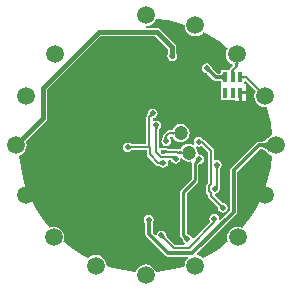
<source format=gtl>
G04*
G04 #@! TF.GenerationSoftware,Altium Limited,Altium Designer,19.0.15 (446)*
G04*
G04 Layer_Physical_Order=1*
G04 Layer_Color=255*
%FSAX25Y25*%
%MOIN*%
G70*
G01*
G75*
%ADD12C,0.00787*%
%ADD14R,0.01575X0.03543*%
%ADD15C,0.04724*%
%ADD18C,0.01181*%
%ADD19C,0.00598*%
%ADD20C,0.00984*%
%ADD21C,0.01575*%
%ADD22C,0.05906*%
%ADD23C,0.01968*%
%ADD24C,0.01575*%
G36*
X0156175Y0202143D02*
X0159834Y0201661D01*
X0163437Y0200862D01*
X0165476Y0200219D01*
X0165438Y0199928D01*
X0165560Y0199000D01*
X0165918Y0198136D01*
X0166488Y0197394D01*
X0167230Y0196824D01*
X0168094Y0196466D01*
X0169021Y0196344D01*
X0169949Y0196466D01*
X0170813Y0196824D01*
X0171555Y0197394D01*
X0171735Y0197628D01*
X0173640Y0196636D01*
X0176753Y0194653D01*
X0179680Y0192406D01*
X0179827Y0192272D01*
X0179700Y0192107D01*
X0179342Y0191242D01*
X0179220Y0190315D01*
X0179342Y0189388D01*
X0179700Y0188523D01*
X0180269Y0187781D01*
X0181011Y0187212D01*
X0181299Y0187092D01*
X0181438Y0186749D01*
X0181383Y0186470D01*
X0181382Y0186468D01*
X0180709Y0185795D01*
X0180489Y0185467D01*
X0180442Y0185227D01*
X0180382Y0185092D01*
X0180381Y0185049D01*
X0177479D01*
Y0183984D01*
X0177467Y0183979D01*
X0177381Y0183957D01*
X0177258Y0183936D01*
X0177100Y0183922D01*
X0176893Y0183917D01*
X0176834Y0183891D01*
X0176416D01*
X0174723Y0185584D01*
X0174698Y0185646D01*
X0174627Y0185718D01*
X0174517Y0185838D01*
X0174446Y0185925D01*
X0174434Y0185942D01*
X0174432Y0185945D01*
X0174425Y0185959D01*
X0174422Y0185962D01*
X0174417Y0185970D01*
X0174413Y0185973D01*
X0174335Y0186366D01*
X0173985Y0186890D01*
X0173461Y0187240D01*
X0172843Y0187363D01*
X0172224Y0187240D01*
X0171700Y0186890D01*
X0171350Y0186366D01*
X0171227Y0185748D01*
X0171350Y0185130D01*
X0171700Y0184606D01*
X0172224Y0184256D01*
X0172618Y0184177D01*
X0172621Y0184174D01*
X0172628Y0184169D01*
X0172632Y0184165D01*
X0172646Y0184158D01*
X0172649Y0184156D01*
X0172656Y0184151D01*
X0172879Y0183957D01*
X0172944Y0183893D01*
X0173006Y0183868D01*
X0175055Y0181819D01*
X0175449Y0181556D01*
X0175913Y0181463D01*
X0175913Y0181463D01*
X0176834D01*
X0176893Y0181437D01*
X0177100Y0181432D01*
X0177258Y0181418D01*
X0177381Y0181398D01*
X0177467Y0181375D01*
X0177479Y0181370D01*
Y0180306D01*
X0177479D01*
Y0179931D01*
X0177479D01*
Y0175187D01*
X0182197D01*
Y0174787D01*
X0183484D01*
Y0177559D01*
X0183984D01*
Y0178059D01*
X0185772D01*
Y0180331D01*
X0185372D01*
Y0181167D01*
X0185872Y0181374D01*
X0189189Y0178057D01*
X0188867Y0177278D01*
X0188745Y0176351D01*
X0188867Y0175423D01*
X0189225Y0174559D01*
X0189794Y0173817D01*
X0190536Y0173248D01*
X0191401Y0172890D01*
X0192328Y0172767D01*
X0192759Y0172824D01*
X0193350Y0170949D01*
X0194149Y0167346D01*
X0194631Y0163687D01*
X0194647Y0163314D01*
X0193976Y0163036D01*
X0193269Y0162494D01*
X0193214Y0162473D01*
X0192666Y0161958D01*
X0192426Y0161763D01*
X0192192Y0161594D01*
X0191972Y0161456D01*
X0191766Y0161347D01*
X0191576Y0161267D01*
X0191403Y0161214D01*
X0191246Y0161184D01*
X0191060Y0161172D01*
X0191010Y0161147D01*
X0190087D01*
X0190087Y0161147D01*
X0189622Y0161055D01*
X0189228Y0160791D01*
X0189228Y0160791D01*
X0180921Y0152484D01*
X0180658Y0152091D01*
X0180566Y0151626D01*
X0180566Y0151626D01*
Y0138337D01*
X0177385Y0135157D01*
X0176924Y0135403D01*
X0176938Y0135472D01*
X0176815Y0136091D01*
X0176465Y0136615D01*
X0175941Y0136965D01*
X0175323Y0137088D01*
X0174705Y0136965D01*
X0174181Y0136615D01*
X0173830Y0136091D01*
X0173707Y0135472D01*
X0173830Y0134854D01*
X0174032Y0134552D01*
X0168463Y0128982D01*
X0167920Y0129147D01*
X0167878Y0129358D01*
X0167528Y0129882D01*
X0167004Y0130233D01*
X0166495Y0130334D01*
X0166476Y0130343D01*
X0166466Y0130350D01*
X0166455Y0130359D01*
X0166449Y0130361D01*
X0166441Y0130366D01*
X0166422Y0130369D01*
X0166418Y0130371D01*
X0166417Y0130372D01*
X0166398Y0130382D01*
X0166368Y0130400D01*
X0166336Y0130423D01*
X0166225Y0130517D01*
X0166164Y0130576D01*
X0166121Y0130593D01*
Y0143988D01*
X0169693Y0147559D01*
X0169693Y0147559D01*
X0169934Y0147920D01*
X0170019Y0148346D01*
X0170019Y0148346D01*
Y0153397D01*
X0170030Y0153408D01*
X0170092Y0153431D01*
X0170226Y0153555D01*
X0170267Y0153588D01*
X0170305Y0153615D01*
X0170335Y0153634D01*
X0170353Y0153644D01*
X0170355Y0153645D01*
X0170359Y0153646D01*
X0170378Y0153650D01*
X0170386Y0153655D01*
X0170392Y0153657D01*
X0170403Y0153666D01*
X0170413Y0153673D01*
X0170431Y0153682D01*
X0170941Y0153783D01*
X0171465Y0154133D01*
X0171815Y0154657D01*
X0171938Y0155276D01*
X0171815Y0155894D01*
X0171465Y0156418D01*
X0170941Y0156768D01*
X0170323Y0156891D01*
X0170220Y0156870D01*
X0169771Y0157291D01*
X0169807Y0157559D01*
X0169705Y0158332D01*
X0169406Y0159053D01*
X0169204Y0159317D01*
X0169544Y0159685D01*
X0169549Y0159688D01*
X0170165Y0159566D01*
X0170783Y0159689D01*
X0171109Y0159906D01*
X0173207Y0157809D01*
Y0147456D01*
X0172825Y0147073D01*
X0172606Y0146745D01*
X0172529Y0146357D01*
Y0144619D01*
X0172606Y0144232D01*
X0172825Y0143903D01*
X0173207Y0143521D01*
Y0143110D01*
X0173284Y0142722D01*
X0173504Y0142394D01*
X0176365Y0139533D01*
X0176390Y0139466D01*
X0176443Y0139409D01*
X0176476Y0139370D01*
X0176501Y0139334D01*
X0176521Y0139302D01*
X0176536Y0139273D01*
X0176546Y0139247D01*
X0176554Y0139222D01*
X0176559Y0139199D01*
X0176562Y0139175D01*
X0176564Y0139122D01*
X0176600Y0139042D01*
X0176705Y0138516D01*
X0177055Y0137992D01*
X0177579Y0137642D01*
X0178197Y0137519D01*
X0178815Y0137642D01*
X0179339Y0137992D01*
X0179689Y0138516D01*
X0179812Y0139134D01*
X0179689Y0139752D01*
X0179339Y0140276D01*
X0178815Y0140626D01*
X0178289Y0140731D01*
X0178209Y0140767D01*
X0178155Y0140769D01*
X0178132Y0140772D01*
X0178108Y0140777D01*
X0178084Y0140784D01*
X0178058Y0140795D01*
X0178029Y0140810D01*
X0177996Y0140830D01*
X0177960Y0140855D01*
X0177921Y0140888D01*
X0177865Y0140940D01*
X0177797Y0140966D01*
X0175429Y0143334D01*
X0175467Y0143538D01*
X0175626Y0143844D01*
X0176138Y0143946D01*
X0176662Y0144296D01*
X0177012Y0144820D01*
X0177135Y0145439D01*
X0177127Y0145481D01*
X0177139Y0145504D01*
X0177142Y0145530D01*
X0177164Y0145563D01*
X0177242Y0145950D01*
Y0146410D01*
X0177267Y0146640D01*
X0177242Y0146729D01*
Y0151965D01*
X0177271Y0152031D01*
X0177273Y0152108D01*
X0177278Y0152159D01*
X0177286Y0152202D01*
X0177294Y0152239D01*
X0177305Y0152270D01*
X0177316Y0152296D01*
X0177328Y0152319D01*
X0177340Y0152339D01*
X0177355Y0152358D01*
X0177392Y0152397D01*
X0177422Y0152479D01*
X0177721Y0152925D01*
X0177844Y0153543D01*
X0177721Y0154161D01*
X0177371Y0154685D01*
X0176847Y0155036D01*
X0176228Y0155159D01*
X0175734Y0155060D01*
X0175234Y0155340D01*
Y0158228D01*
X0175156Y0158616D01*
X0174937Y0158945D01*
X0171984Y0161898D01*
X0171655Y0162117D01*
X0171413Y0162165D01*
X0171308Y0162323D01*
X0170783Y0162673D01*
X0170165Y0162796D01*
X0169547Y0162673D01*
X0169023Y0162323D01*
X0168673Y0161799D01*
X0168550Y0161181D01*
X0168673Y0160563D01*
X0168759Y0160434D01*
X0168389Y0160088D01*
X0168313Y0160146D01*
X0167592Y0160445D01*
X0166819Y0160547D01*
X0166046Y0160445D01*
X0165325Y0160146D01*
X0164706Y0159672D01*
X0164231Y0159053D01*
X0164144Y0158842D01*
X0164123Y0158830D01*
X0163619Y0158688D01*
X0163407Y0158830D01*
X0163019Y0158907D01*
X0159637D01*
X0159573Y0158937D01*
X0159432Y0158942D01*
X0159398Y0158946D01*
X0159368Y0158951D01*
X0159349Y0158955D01*
X0159345Y0158956D01*
X0159331Y0158964D01*
X0159324Y0158964D01*
X0159317Y0158967D01*
X0159295Y0158967D01*
X0159284Y0158968D01*
X0158935Y0159201D01*
X0158394Y0159309D01*
X0157852Y0159201D01*
X0157488Y0158957D01*
X0157147Y0159067D01*
X0156988Y0159179D01*
Y0165109D01*
X0157019Y0165175D01*
X0157021Y0165234D01*
X0157025Y0165263D01*
X0157032Y0165292D01*
X0157042Y0165322D01*
X0157055Y0165355D01*
X0157074Y0165390D01*
X0157098Y0165429D01*
X0157130Y0165471D01*
X0157168Y0165517D01*
X0157228Y0165579D01*
X0157259Y0165659D01*
X0157563Y0166114D01*
X0157686Y0166732D01*
X0157563Y0167350D01*
X0157213Y0167875D01*
X0156689Y0168225D01*
X0156071Y0168348D01*
X0155453Y0168225D01*
X0155257Y0168094D01*
X0154757Y0168361D01*
Y0168990D01*
X0154758Y0168991D01*
X0154775Y0168994D01*
X0154790Y0168996D01*
X0154836Y0168997D01*
X0154900Y0169025D01*
X0155468Y0169138D01*
X0155993Y0169488D01*
X0156343Y0170012D01*
X0156466Y0170630D01*
X0156343Y0171248D01*
X0155993Y0171772D01*
X0155468Y0172122D01*
X0154850Y0172245D01*
X0154232Y0172122D01*
X0153708Y0171772D01*
X0153358Y0171248D01*
X0153245Y0170679D01*
X0153217Y0170616D01*
X0153216Y0170570D01*
X0153215Y0170554D01*
X0153211Y0170538D01*
X0153205Y0170518D01*
X0153195Y0170495D01*
X0153181Y0170467D01*
X0153161Y0170435D01*
X0153134Y0170398D01*
X0153099Y0170357D01*
X0153044Y0170299D01*
X0153015Y0170220D01*
X0152808Y0169912D01*
X0152731Y0169524D01*
Y0160423D01*
X0148003D01*
X0147937Y0160452D01*
X0147860Y0160455D01*
X0147810Y0160459D01*
X0147766Y0160467D01*
X0147729Y0160476D01*
X0147698Y0160486D01*
X0147672Y0160497D01*
X0147650Y0160509D01*
X0147629Y0160522D01*
X0147611Y0160536D01*
X0147572Y0160573D01*
X0147490Y0160604D01*
X0147043Y0160902D01*
X0146425Y0161025D01*
X0145807Y0160902D01*
X0145283Y0160552D01*
X0144933Y0160028D01*
X0144810Y0159409D01*
X0144933Y0158791D01*
X0145283Y0158267D01*
X0145807Y0157917D01*
X0146425Y0157794D01*
X0147043Y0157917D01*
X0147490Y0158215D01*
X0147572Y0158246D01*
X0147611Y0158283D01*
X0147629Y0158297D01*
X0147650Y0158310D01*
X0147672Y0158322D01*
X0147698Y0158333D01*
X0147729Y0158343D01*
X0147766Y0158352D01*
X0147810Y0158360D01*
X0147860Y0158364D01*
X0147937Y0158367D01*
X0148003Y0158396D01*
X0152774D01*
Y0156991D01*
X0152851Y0156603D01*
X0153071Y0156274D01*
X0155967Y0153378D01*
X0156296Y0153158D01*
X0156683Y0153081D01*
X0156776D01*
X0156842Y0153052D01*
X0156919Y0153049D01*
X0156970Y0153044D01*
X0157013Y0153037D01*
X0157050Y0153028D01*
X0157081Y0153018D01*
X0157107Y0153007D01*
X0157130Y0152995D01*
X0157150Y0152982D01*
X0157169Y0152968D01*
X0157208Y0152931D01*
X0157290Y0152900D01*
X0157736Y0152602D01*
X0158354Y0152479D01*
X0158973Y0152602D01*
X0159496Y0152952D01*
X0159847Y0153476D01*
X0159970Y0154095D01*
X0159868Y0154607D01*
X0160139Y0155107D01*
X0160742D01*
X0160758Y0155095D01*
X0160827Y0155105D01*
X0160890Y0155076D01*
X0160905Y0155075D01*
X0160957Y0154815D01*
X0161307Y0154291D01*
X0161831Y0153941D01*
X0162449Y0153818D01*
X0163067Y0153941D01*
X0163591Y0154291D01*
X0163941Y0154815D01*
X0164064Y0155433D01*
X0164056Y0155472D01*
X0164524Y0155684D01*
X0164706Y0155446D01*
X0165325Y0154972D01*
X0166046Y0154673D01*
X0166819Y0154571D01*
X0167530Y0154665D01*
X0167706Y0154498D01*
X0167869Y0154247D01*
X0167792Y0153858D01*
Y0148808D01*
X0164220Y0145236D01*
X0163979Y0144875D01*
X0163894Y0144449D01*
Y0130118D01*
X0163979Y0129692D01*
X0164220Y0129331D01*
X0164518Y0129033D01*
X0164541Y0128971D01*
X0164665Y0128837D01*
X0164698Y0128796D01*
X0164725Y0128758D01*
X0164744Y0128728D01*
X0164754Y0128709D01*
X0164755Y0128708D01*
X0164757Y0128704D01*
X0164760Y0128685D01*
X0164765Y0128677D01*
X0164767Y0128671D01*
X0164776Y0128660D01*
X0164783Y0128650D01*
X0164792Y0128631D01*
X0164893Y0128122D01*
X0165244Y0127598D01*
X0165512Y0127419D01*
X0165360Y0126919D01*
X0162199D01*
X0159576Y0129542D01*
X0159551Y0129609D01*
X0159498Y0129665D01*
X0159466Y0129704D01*
X0159440Y0129740D01*
X0159420Y0129773D01*
X0159405Y0129802D01*
X0159395Y0129828D01*
X0159387Y0129852D01*
X0159382Y0129876D01*
X0159379Y0129899D01*
X0159377Y0129953D01*
X0159341Y0130033D01*
X0159236Y0130559D01*
X0158886Y0131083D01*
X0158362Y0131433D01*
X0157744Y0131556D01*
X0157126Y0131433D01*
X0156602Y0131083D01*
X0156252Y0130559D01*
X0156186Y0130229D01*
X0155644Y0130065D01*
X0154804Y0130904D01*
Y0133744D01*
X0154831Y0133806D01*
X0154831Y0133908D01*
X0154837Y0134074D01*
X0154848Y0134190D01*
X0154851Y0134214D01*
X0154853Y0134221D01*
X0154858Y0134238D01*
X0154858Y0134242D01*
X0154859Y0134248D01*
X0154856Y0134259D01*
X0155043Y0134539D01*
X0155166Y0135158D01*
X0155043Y0135776D01*
X0154693Y0136300D01*
X0154169Y0136650D01*
X0153551Y0136773D01*
X0152933Y0136650D01*
X0152409Y0136300D01*
X0152059Y0135776D01*
X0151936Y0135158D01*
X0152059Y0134539D01*
X0152322Y0134145D01*
X0152322Y0134141D01*
X0152327Y0134127D01*
X0152328Y0134124D01*
X0152350Y0133835D01*
X0152351Y0133745D01*
X0152356Y0133732D01*
X0152351Y0133719D01*
X0152377Y0133666D01*
Y0130401D01*
X0152377Y0130401D01*
X0152469Y0129937D01*
X0152732Y0129543D01*
X0158999Y0123275D01*
X0158999Y0123275D01*
X0159393Y0123012D01*
X0159858Y0122920D01*
X0166425D01*
X0166586Y0122447D01*
X0166533Y0122406D01*
X0165963Y0121664D01*
X0165605Y0120800D01*
X0165483Y0119872D01*
X0165494Y0119786D01*
X0163437Y0119138D01*
X0159834Y0118339D01*
X0156175Y0117857D01*
X0155857Y0117843D01*
X0155591Y0118485D01*
X0155022Y0119227D01*
X0154280Y0119796D01*
X0153416Y0120154D01*
X0152488Y0120276D01*
X0151561Y0120154D01*
X0150697Y0119796D01*
X0149954Y0119227D01*
X0149385Y0118485D01*
X0149119Y0117843D01*
X0148801Y0117857D01*
X0145142Y0118339D01*
X0141539Y0119138D01*
X0139444Y0119799D01*
X0139451Y0119854D01*
X0139329Y0120782D01*
X0138971Y0121646D01*
X0138401Y0122388D01*
X0137659Y0122958D01*
X0136795Y0123316D01*
X0135867Y0123438D01*
X0134940Y0123316D01*
X0134076Y0122958D01*
X0133334Y0122388D01*
X0133299Y0122343D01*
X0131336Y0123364D01*
X0128224Y0125347D01*
X0125296Y0127594D01*
X0125025Y0127842D01*
X0125241Y0128364D01*
X0125363Y0129291D01*
X0125241Y0130219D01*
X0124883Y0131083D01*
X0124313Y0131825D01*
X0123571Y0132395D01*
X0122707Y0132753D01*
X0121780Y0132875D01*
X0120852Y0132753D01*
X0120330Y0132536D01*
X0120082Y0132808D01*
X0117835Y0135736D01*
X0115852Y0138848D01*
X0114148Y0142122D01*
X0112736Y0145531D01*
X0111626Y0149051D01*
X0110827Y0152654D01*
X0110345Y0156313D01*
X0110335Y0156565D01*
X0110973Y0156830D01*
X0111715Y0157399D01*
X0112284Y0158141D01*
X0112642Y0159006D01*
X0112765Y0159933D01*
X0112642Y0160861D01*
X0112486Y0161238D01*
X0119197Y0167949D01*
X0119504Y0168407D01*
X0119611Y0168949D01*
Y0178627D01*
X0137405Y0196420D01*
X0155682D01*
X0159877Y0192225D01*
Y0190459D01*
X0159800Y0190343D01*
X0159677Y0189724D01*
X0159800Y0189106D01*
X0160150Y0188582D01*
X0160674Y0188232D01*
X0161292Y0188109D01*
X0161910Y0188232D01*
X0162434Y0188582D01*
X0162784Y0189106D01*
X0162907Y0189724D01*
X0162784Y0190343D01*
X0162706Y0190459D01*
Y0192810D01*
X0162599Y0193352D01*
X0162292Y0193811D01*
X0157268Y0198835D01*
X0156809Y0199142D01*
X0156268Y0199249D01*
X0152715D01*
X0152682Y0199749D01*
X0153416Y0199846D01*
X0154280Y0200204D01*
X0155022Y0200773D01*
X0155591Y0201515D01*
X0155857Y0202157D01*
X0156175Y0202143D01*
D02*
G37*
G36*
X0183734Y0187501D02*
X0183621Y0187432D01*
X0183522Y0187352D01*
X0183435Y0187260D01*
X0183362Y0187155D01*
X0183303Y0187039D01*
X0183256Y0186911D01*
X0183223Y0186772D01*
X0183203Y0186620D01*
X0183197Y0186457D01*
X0182409D01*
X0182403Y0186620D01*
X0182383Y0186772D01*
X0182350Y0186911D01*
X0182303Y0187039D01*
X0182244Y0187155D01*
X0182171Y0187260D01*
X0182085Y0187352D01*
X0181985Y0187432D01*
X0181873Y0187501D01*
X0181747Y0187558D01*
X0183860D01*
X0183734Y0187501D01*
D02*
G37*
G36*
X0181821Y0184955D02*
X0181841Y0184745D01*
X0181859Y0184660D01*
X0181881Y0184588D01*
X0181908Y0184529D01*
X0181940Y0184484D01*
X0181978Y0184451D01*
X0182020Y0184431D01*
X0182067Y0184425D01*
X0180783D01*
X0180830Y0184431D01*
X0180873Y0184451D01*
X0180910Y0184484D01*
X0180942Y0184529D01*
X0180969Y0184588D01*
X0180992Y0184660D01*
X0181009Y0184745D01*
X0181022Y0184843D01*
X0181029Y0184955D01*
X0181032Y0185079D01*
X0181819D01*
X0181821Y0184955D01*
D02*
G37*
G36*
X0173830Y0185708D02*
X0173843Y0185672D01*
X0173863Y0185631D01*
X0173891Y0185584D01*
X0173928Y0185532D01*
X0174026Y0185412D01*
X0174157Y0185270D01*
X0174234Y0185191D01*
X0173399Y0184356D01*
X0173320Y0184434D01*
X0173058Y0184663D01*
X0173006Y0184699D01*
X0172959Y0184728D01*
X0172918Y0184748D01*
X0172883Y0184760D01*
X0172852Y0184764D01*
X0173827Y0185738D01*
X0173830Y0185708D01*
D02*
G37*
G36*
X0184767Y0183390D02*
X0184791Y0183323D01*
X0184830Y0183264D01*
X0184886Y0183213D01*
X0184957Y0183169D01*
X0185043Y0183134D01*
X0185145Y0183106D01*
X0185264Y0183087D01*
X0185397Y0183075D01*
X0185547Y0183071D01*
Y0182283D01*
X0185397Y0182280D01*
X0185264Y0182268D01*
X0185145Y0182248D01*
X0185043Y0182220D01*
X0184957Y0182185D01*
X0184886Y0182142D01*
X0184830Y0182090D01*
X0184791Y0182032D01*
X0184767Y0181965D01*
X0184760Y0181890D01*
Y0183465D01*
X0184767Y0183390D01*
D02*
G37*
G36*
X0178103Y0181496D02*
X0178091Y0181608D01*
X0178055Y0181709D01*
X0177995Y0181797D01*
X0177912Y0181874D01*
X0177805Y0181939D01*
X0177673Y0181992D01*
X0177518Y0182033D01*
X0177339Y0182063D01*
X0177136Y0182081D01*
X0176910Y0182087D01*
Y0183268D01*
X0177136Y0183274D01*
X0177339Y0183291D01*
X0177518Y0183321D01*
X0177673Y0183362D01*
X0177805Y0183415D01*
X0177912Y0183480D01*
X0177995Y0183557D01*
X0178055Y0183646D01*
X0178091Y0183746D01*
X0178103Y0183858D01*
Y0181496D01*
D02*
G37*
G36*
X0154823Y0169646D02*
X0154746Y0169644D01*
X0154669Y0169635D01*
X0154592Y0169619D01*
X0154516Y0169595D01*
X0154441Y0169564D01*
X0154367Y0169525D01*
X0154292Y0169479D01*
X0154219Y0169425D01*
X0154146Y0169365D01*
X0154073Y0169296D01*
X0153517Y0169853D01*
X0153585Y0169925D01*
X0153646Y0169998D01*
X0153700Y0170072D01*
X0153746Y0170146D01*
X0153784Y0170221D01*
X0153816Y0170296D01*
X0153840Y0170372D01*
X0153856Y0170448D01*
X0153865Y0170525D01*
X0153867Y0170603D01*
X0154823Y0169646D01*
D02*
G37*
G36*
X0156686Y0165952D02*
X0156620Y0165874D01*
X0156561Y0165795D01*
X0156510Y0165714D01*
X0156467Y0165632D01*
X0156432Y0165549D01*
X0156405Y0165464D01*
X0156386Y0165379D01*
X0156374Y0165292D01*
X0156370Y0165204D01*
X0155772D01*
X0155768Y0165292D01*
X0155756Y0165379D01*
X0155737Y0165464D01*
X0155709Y0165549D01*
X0155674Y0165632D01*
X0155631Y0165714D01*
X0155581Y0165795D01*
X0155522Y0165874D01*
X0155456Y0165952D01*
X0155382Y0166029D01*
X0156760D01*
X0156686Y0165952D01*
D02*
G37*
G36*
X0147188Y0160042D02*
X0147252Y0159992D01*
X0147321Y0159948D01*
X0147393Y0159909D01*
X0147470Y0159877D01*
X0147551Y0159850D01*
X0147637Y0159830D01*
X0147726Y0159815D01*
X0147820Y0159806D01*
X0147918Y0159803D01*
Y0159016D01*
X0147820Y0159013D01*
X0147726Y0159004D01*
X0147637Y0158989D01*
X0147551Y0158968D01*
X0147470Y0158942D01*
X0147393Y0158909D01*
X0147321Y0158871D01*
X0147252Y0158827D01*
X0147188Y0158777D01*
X0147128Y0158721D01*
Y0160098D01*
X0147188Y0160042D01*
D02*
G37*
G36*
X0193659Y0157866D02*
X0193373Y0158147D01*
X0192821Y0158619D01*
X0192555Y0158811D01*
X0192297Y0158973D01*
X0192044Y0159106D01*
X0191799Y0159210D01*
X0191560Y0159283D01*
X0191328Y0159328D01*
X0191103Y0159343D01*
Y0160524D01*
X0191328Y0160538D01*
X0191560Y0160583D01*
X0191799Y0160656D01*
X0192044Y0160760D01*
X0192297Y0160893D01*
X0192555Y0161055D01*
X0192821Y0161247D01*
X0193094Y0161469D01*
X0193659Y0162000D01*
Y0157866D01*
D02*
G37*
G36*
X0158990Y0158415D02*
X0159029Y0158389D01*
X0159074Y0158365D01*
X0159125Y0158344D01*
X0159181Y0158327D01*
X0159243Y0158313D01*
X0159311Y0158302D01*
X0159384Y0158294D01*
X0159548Y0158288D01*
Y0157500D01*
X0159463Y0157499D01*
X0159311Y0157486D01*
X0159243Y0157475D01*
X0159181Y0157461D01*
X0159125Y0157444D01*
X0159074Y0157423D01*
X0159029Y0157400D01*
X0158990Y0157373D01*
X0158956Y0157343D01*
Y0158445D01*
X0158990Y0158415D01*
D02*
G37*
G36*
X0164592Y0156772D02*
X0164558Y0156846D01*
X0164512Y0156913D01*
X0164453Y0156972D01*
X0164383Y0157024D01*
X0164300Y0157067D01*
X0164205Y0157102D01*
X0164097Y0157130D01*
X0163978Y0157150D01*
X0163846Y0157161D01*
X0163702Y0157165D01*
Y0157953D01*
X0163846Y0157957D01*
X0163978Y0157968D01*
X0164097Y0157988D01*
X0164205Y0158016D01*
X0164300Y0158051D01*
X0164383Y0158095D01*
X0164453Y0158146D01*
X0164512Y0158205D01*
X0164558Y0158272D01*
X0164592Y0158346D01*
Y0156772D01*
D02*
G37*
G36*
X0161473Y0155304D02*
X0161458Y0155384D01*
X0161433Y0155455D01*
X0161400Y0155518D01*
X0161357Y0155573D01*
X0161307Y0155619D01*
X0161247Y0155657D01*
X0161178Y0155686D01*
X0161100Y0155708D01*
X0161013Y0155720D01*
X0160918Y0155724D01*
X0161071Y0156323D01*
X0161240Y0156324D01*
X0162154Y0156376D01*
X0162213Y0156389D01*
X0161473Y0155304D01*
D02*
G37*
G36*
X0170313Y0154291D02*
X0170257Y0154288D01*
X0170198Y0154277D01*
X0170138Y0154258D01*
X0170075Y0154231D01*
X0170010Y0154197D01*
X0169942Y0154154D01*
X0169873Y0154104D01*
X0169801Y0154046D01*
X0169650Y0153907D01*
X0168955Y0154603D01*
X0169028Y0154680D01*
X0169152Y0154825D01*
X0169202Y0154895D01*
X0169244Y0154962D01*
X0169279Y0155027D01*
X0169305Y0155090D01*
X0169324Y0155151D01*
X0169335Y0155210D01*
X0169339Y0155266D01*
X0170313Y0154291D01*
D02*
G37*
G36*
X0157651Y0153405D02*
X0157591Y0153462D01*
X0157527Y0153512D01*
X0157459Y0153556D01*
X0157386Y0153595D01*
X0157309Y0153627D01*
X0157228Y0153654D01*
X0157143Y0153674D01*
X0157053Y0153689D01*
X0156960Y0153698D01*
X0156862Y0153701D01*
Y0154488D01*
X0156960Y0154491D01*
X0157053Y0154500D01*
X0157143Y0154515D01*
X0157228Y0154535D01*
X0157309Y0154562D01*
X0157386Y0154595D01*
X0157459Y0154633D01*
X0157527Y0154677D01*
X0157591Y0154727D01*
X0157651Y0154783D01*
Y0153405D01*
D02*
G37*
G36*
X0176861Y0152780D02*
X0176811Y0152716D01*
X0176767Y0152648D01*
X0176728Y0152575D01*
X0176696Y0152498D01*
X0176669Y0152417D01*
X0176649Y0152332D01*
X0176634Y0152242D01*
X0176625Y0152149D01*
X0176622Y0152051D01*
X0175835D01*
X0175832Y0152149D01*
X0175823Y0152242D01*
X0175808Y0152332D01*
X0175787Y0152417D01*
X0175761Y0152498D01*
X0175728Y0152575D01*
X0175690Y0152648D01*
X0175646Y0152716D01*
X0175595Y0152780D01*
X0175539Y0152840D01*
X0176917D01*
X0176861Y0152780D01*
D02*
G37*
G36*
X0176622Y0146712D02*
X0176494Y0145577D01*
X0175548Y0146423D01*
X0175602Y0146426D01*
X0175651Y0146441D01*
X0175694Y0146468D01*
X0175731Y0146505D01*
X0175763Y0146553D01*
X0175789Y0146613D01*
X0175809Y0146683D01*
X0175823Y0146765D01*
X0175832Y0146858D01*
X0175835Y0146962D01*
X0176622Y0146712D01*
D02*
G37*
G36*
X0177491Y0140401D02*
X0177564Y0140340D01*
X0177637Y0140288D01*
X0177712Y0140242D01*
X0177788Y0140203D01*
X0177866Y0140172D01*
X0177944Y0140148D01*
X0178024Y0140131D01*
X0178105Y0140121D01*
X0178187Y0140118D01*
X0177213Y0139144D01*
X0177210Y0139226D01*
X0177200Y0139307D01*
X0177183Y0139386D01*
X0177159Y0139465D01*
X0177127Y0139542D01*
X0177089Y0139618D01*
X0177043Y0139693D01*
X0176990Y0139767D01*
X0176930Y0139840D01*
X0176863Y0139911D01*
X0177420Y0140468D01*
X0177491Y0140401D01*
D02*
G37*
G36*
X0154251Y0134459D02*
X0154236Y0134426D01*
X0154224Y0134384D01*
X0154212Y0134331D01*
X0154203Y0134269D01*
X0154189Y0134115D01*
X0154182Y0133922D01*
X0154181Y0133811D01*
X0153000Y0133751D01*
X0152999Y0133862D01*
X0152973Y0134209D01*
X0152961Y0134272D01*
X0152946Y0134325D01*
X0152930Y0134369D01*
X0152912Y0134403D01*
X0152891Y0134428D01*
X0154268Y0134483D01*
X0154251Y0134459D01*
D02*
G37*
G36*
X0191060Y0158695D02*
X0191246Y0158682D01*
X0191403Y0158652D01*
X0191576Y0158599D01*
X0191766Y0158519D01*
X0191972Y0158410D01*
X0192192Y0158272D01*
X0192419Y0158108D01*
X0192934Y0157668D01*
X0193204Y0157403D01*
X0193258Y0157381D01*
X0193976Y0156830D01*
X0194641Y0156554D01*
X0194631Y0156313D01*
X0194149Y0152654D01*
X0193350Y0149051D01*
X0192241Y0145531D01*
X0190828Y0142122D01*
X0189124Y0138848D01*
X0187141Y0135736D01*
X0184895Y0132808D01*
X0184646Y0132536D01*
X0184124Y0132753D01*
X0183197Y0132875D01*
X0182269Y0132753D01*
X0181405Y0132395D01*
X0180663Y0131825D01*
X0180094Y0131083D01*
X0179736Y0130219D01*
X0179613Y0129291D01*
X0179736Y0128364D01*
X0179952Y0127842D01*
X0179680Y0127594D01*
X0176753Y0125347D01*
X0173640Y0123364D01*
X0171657Y0122332D01*
X0171600Y0122406D01*
X0170858Y0122975D01*
X0169994Y0123333D01*
X0169672Y0123376D01*
X0169511Y0123849D01*
X0182638Y0136976D01*
X0182638Y0136976D01*
X0182901Y0137370D01*
X0182993Y0137835D01*
Y0151123D01*
X0190589Y0158719D01*
X0191010D01*
X0191060Y0158695D01*
D02*
G37*
G36*
X0165790Y0130035D02*
X0165936Y0129911D01*
X0166005Y0129861D01*
X0166072Y0129819D01*
X0166138Y0129785D01*
X0166201Y0129758D01*
X0166261Y0129739D01*
X0166320Y0129728D01*
X0166376Y0129724D01*
X0165402Y0128750D01*
X0165398Y0128806D01*
X0165387Y0128865D01*
X0165368Y0128925D01*
X0165341Y0128988D01*
X0165307Y0129053D01*
X0165265Y0129121D01*
X0165215Y0129190D01*
X0165157Y0129262D01*
X0165017Y0129412D01*
X0165714Y0130108D01*
X0165790Y0130035D01*
D02*
G37*
G36*
X0158731Y0129849D02*
X0158741Y0129768D01*
X0158758Y0129688D01*
X0158782Y0129610D01*
X0158814Y0129533D01*
X0158852Y0129456D01*
X0158898Y0129382D01*
X0158951Y0129308D01*
X0159011Y0129235D01*
X0159078Y0129164D01*
X0158521Y0128607D01*
X0158450Y0128674D01*
X0158377Y0128734D01*
X0158303Y0128787D01*
X0158229Y0128833D01*
X0158152Y0128871D01*
X0158075Y0128903D01*
X0157997Y0128927D01*
X0157917Y0128944D01*
X0157836Y0128954D01*
X0157754Y0128957D01*
X0158728Y0129931D01*
X0158731Y0129849D01*
D02*
G37*
%LPC*%
G36*
X0185772Y0177059D02*
X0184484D01*
Y0174787D01*
X0185772D01*
Y0177059D01*
D02*
G37*
G36*
X0164181Y0167043D02*
X0163408Y0166941D01*
X0162687Y0166643D01*
X0162068Y0166168D01*
X0161594Y0165549D01*
X0161443Y0165187D01*
X0161413Y0165158D01*
X0161412Y0165157D01*
X0161409Y0165154D01*
X0161400Y0165146D01*
X0161388Y0165138D01*
X0161372Y0165132D01*
X0161326Y0165120D01*
X0161258Y0165109D01*
X0161170Y0165101D01*
X0161047Y0165098D01*
X0160980Y0165068D01*
X0160244D01*
X0159856Y0164991D01*
X0159528Y0164771D01*
X0158425Y0163669D01*
X0158206Y0163340D01*
X0158129Y0162953D01*
Y0162814D01*
X0158099Y0162748D01*
X0158097Y0162668D01*
X0158092Y0162611D01*
X0158085Y0162560D01*
X0158075Y0162514D01*
X0158064Y0162474D01*
X0158051Y0162437D01*
X0158037Y0162404D01*
X0158021Y0162374D01*
X0158004Y0162347D01*
X0157969Y0162301D01*
X0157937Y0162171D01*
X0157767Y0161917D01*
X0157645Y0161299D01*
X0157767Y0160681D01*
X0158118Y0160157D01*
X0158642Y0159807D01*
X0159260Y0159684D01*
X0159878Y0159807D01*
X0160402Y0160157D01*
X0160752Y0160681D01*
X0160875Y0161299D01*
X0160752Y0161917D01*
X0160435Y0162391D01*
X0160583Y0162876D01*
X0160988Y0163038D01*
X0161047Y0163012D01*
X0161170Y0163009D01*
X0161258Y0163001D01*
X0161326Y0162990D01*
X0161372Y0162978D01*
X0161388Y0162972D01*
X0161400Y0162964D01*
X0161409Y0162956D01*
X0161412Y0162953D01*
X0161413Y0162953D01*
X0161443Y0162924D01*
X0161594Y0162561D01*
X0162068Y0161942D01*
X0162687Y0161468D01*
X0163408Y0161169D01*
X0164181Y0161067D01*
X0164954Y0161169D01*
X0165675Y0161468D01*
X0166294Y0161942D01*
X0166769Y0162561D01*
X0167067Y0163282D01*
X0167169Y0164055D01*
X0167067Y0164828D01*
X0166769Y0165549D01*
X0166294Y0166168D01*
X0165675Y0166643D01*
X0164954Y0166941D01*
X0164181Y0167043D01*
D02*
G37*
%LPD*%
G36*
X0161954Y0163268D02*
X0161920Y0163342D01*
X0161874Y0163409D01*
X0161816Y0163469D01*
X0161745Y0163520D01*
X0161662Y0163563D01*
X0161567Y0163598D01*
X0161460Y0163626D01*
X0161340Y0163646D01*
X0161208Y0163657D01*
X0161065Y0163661D01*
Y0164449D01*
X0161208Y0164453D01*
X0161340Y0164465D01*
X0161460Y0164484D01*
X0161567Y0164512D01*
X0161662Y0164547D01*
X0161745Y0164591D01*
X0161816Y0164642D01*
X0161874Y0164701D01*
X0161920Y0164768D01*
X0161954Y0164842D01*
Y0163268D01*
D02*
G37*
G36*
X0159539Y0162736D02*
X0159548Y0162643D01*
X0159565Y0162554D01*
X0159587Y0162471D01*
X0159616Y0162393D01*
X0159652Y0162320D01*
X0159694Y0162252D01*
X0159743Y0162190D01*
X0159798Y0162132D01*
X0159860Y0162080D01*
X0158492Y0161914D01*
X0158540Y0161980D01*
X0158584Y0162049D01*
X0158622Y0162122D01*
X0158656Y0162199D01*
X0158684Y0162279D01*
X0158707Y0162362D01*
X0158725Y0162449D01*
X0158738Y0162539D01*
X0158746Y0162633D01*
X0158748Y0162731D01*
X0159535Y0162835D01*
X0159539Y0162736D01*
D02*
G37*
D12*
X0157744Y0129941D02*
X0161779Y0125906D01*
X0166819D01*
X0175323Y0134409D01*
Y0135472D01*
X0173542Y0146357D02*
X0174221Y0147036D01*
X0173542Y0144619D02*
Y0146357D01*
Y0144619D02*
X0174221Y0143941D01*
Y0143110D02*
Y0143941D01*
X0175520Y0145439D02*
X0175716D01*
X0176065Y0145787D01*
X0146386Y0159409D02*
X0153354D01*
X0153630Y0159685D01*
X0163019Y0157894D02*
X0163354Y0157559D01*
X0158394Y0157894D02*
X0163019D01*
X0174221Y0147036D02*
Y0158228D01*
X0176065Y0145787D02*
X0176228Y0145950D01*
X0156683Y0154095D02*
X0158354D01*
X0174221Y0143110D02*
X0178197Y0139134D01*
X0163354Y0157559D02*
X0166819D01*
X0160244Y0164055D02*
X0164181D01*
X0159142Y0162953D02*
X0160244Y0164055D01*
X0159142Y0161417D02*
Y0162953D01*
X0176228Y0145950D02*
Y0153543D01*
X0153744Y0159571D02*
X0153787Y0159528D01*
X0153630Y0159685D02*
X0153744Y0159571D01*
X0153787Y0156991D02*
X0156683Y0154095D01*
X0153787Y0156991D02*
Y0159528D01*
X0182803Y0186457D02*
Y0190315D01*
X0181425Y0185079D02*
X0182803Y0186457D01*
X0181425Y0182677D02*
Y0185079D01*
X0171268Y0161181D02*
X0174221Y0158228D01*
X0170165Y0161181D02*
X0171268D01*
X0153744Y0159571D02*
Y0169524D01*
X0183984Y0182677D02*
X0186002D01*
X0192328Y0176351D01*
X0153744Y0169524D02*
X0154850Y0170630D01*
D14*
X0183984Y0177559D02*
D03*
X0181425D02*
D03*
X0178866D02*
D03*
Y0182677D02*
D03*
X0181425D02*
D03*
X0183984D02*
D03*
D15*
X0164181Y0164055D02*
D03*
X0166819Y0157559D02*
D03*
D18*
X0159858Y0124134D02*
X0168079D01*
X0153591Y0130401D02*
X0159858Y0124134D01*
X0168079D02*
X0181780Y0137835D01*
X0153591Y0130401D02*
Y0135118D01*
X0181780Y0137835D02*
Y0151626D01*
X0175913Y0182677D02*
X0178866D01*
X0172843Y0185748D02*
X0175913Y0182677D01*
X0190087Y0159933D02*
X0194170D01*
X0181780Y0151626D02*
X0190087Y0159933D01*
X0153551Y0135158D02*
X0153591Y0135118D01*
D19*
X0169417Y0171929D02*
X0173394Y0167953D01*
X0161071Y0176575D02*
X0161425Y0176929D01*
X0161268Y0176378D02*
X0161465Y0176181D01*
X0140795Y0194606D02*
X0147213Y0188189D01*
X0162291Y0155315D02*
Y0155591D01*
X0157666Y0156024D02*
X0161858D01*
X0156071Y0157619D02*
X0157666Y0156024D01*
X0156071Y0157619D02*
Y0166732D01*
X0171780Y0142717D02*
Y0151378D01*
X0171386Y0151772D02*
X0171780Y0151378D01*
X0161858Y0156024D02*
X0162291Y0155591D01*
X0169378Y0171890D02*
X0169417Y0171929D01*
X0161465Y0171890D02*
X0169378D01*
X0165205Y0149331D02*
X0167213Y0151339D01*
X0161504Y0166890D02*
Y0167402D01*
Y0171535D01*
X0161583Y0171614D01*
X0161504Y0166890D02*
X0161583Y0166811D01*
X0161071Y0185118D02*
X0165402Y0189449D01*
X0161071Y0185118D02*
X0161071Y0185118D01*
X0161110Y0176535D02*
X0161425D01*
X0158000Y0188189D02*
X0161071Y0185118D01*
X0147213Y0188189D02*
X0158000D01*
X0161425Y0180984D02*
Y0184764D01*
X0161071Y0185118D02*
X0161425Y0184764D01*
Y0176929D02*
Y0180984D01*
Y0176535D02*
X0161465D01*
X0161268Y0176378D02*
X0161425Y0176535D01*
X0161071Y0176575D02*
X0161110Y0176535D01*
X0161465Y0171890D02*
Y0176181D01*
Y0171732D02*
Y0171890D01*
Y0171732D02*
X0161583Y0171614D01*
X0165402Y0189449D02*
X0172528D01*
X0173394Y0167953D02*
X0180283D01*
X0170894Y0157717D02*
X0172075Y0156535D01*
X0171386Y0151772D02*
X0172075Y0152461D01*
X0164142Y0153583D02*
X0164850Y0154291D01*
X0180283Y0167953D02*
X0180283Y0167953D01*
D20*
X0165008Y0144449D02*
X0168905Y0148346D01*
X0165008Y0130118D02*
Y0144449D01*
Y0130118D02*
X0166386Y0128740D01*
X0168905Y0153858D02*
X0170323Y0155276D01*
X0168905Y0148346D02*
Y0153858D01*
D21*
X0161292Y0189724D02*
Y0192810D01*
X0156268Y0197835D02*
X0161292Y0192810D01*
X0136819Y0197835D02*
X0156268D01*
X0118197Y0179213D02*
X0136819Y0197835D01*
X0118197Y0168949D02*
Y0179213D01*
X0109181Y0159933D02*
X0118197Y0168949D01*
D22*
X0112685Y0176440D02*
D03*
X0112554Y0143386D02*
D03*
X0121780Y0129291D02*
D03*
X0182803Y0190315D02*
D03*
X0192328Y0176351D02*
D03*
X0122173Y0190315D02*
D03*
X0109181Y0159933D02*
D03*
X0135867Y0119854D02*
D03*
X0152488Y0116693D02*
D03*
X0192340Y0143416D02*
D03*
X0195768Y0159933D02*
D03*
X0169067Y0119872D02*
D03*
X0183197Y0129291D02*
D03*
X0169021Y0199928D02*
D03*
X0152488Y0203307D02*
D03*
D23*
X0171260Y0124016D02*
D03*
X0184496Y0143110D02*
D03*
X0163079Y0128189D02*
D03*
X0161504Y0121339D02*
D03*
X0147724Y0126772D02*
D03*
X0151307Y0128189D02*
D03*
X0149102Y0134854D02*
D03*
X0174063Y0170662D02*
D03*
X0177094Y0174488D02*
D03*
X0157331Y0185551D02*
D03*
X0152567Y0154134D02*
D03*
X0162134Y0149685D02*
D03*
X0158653Y0149843D02*
D03*
X0174335Y0162323D02*
D03*
X0175716Y0159646D02*
D03*
X0188976Y0171260D02*
D03*
X0191929Y0165354D02*
D03*
Y0153543D02*
D03*
X0183071Y0171260D02*
D03*
X0186024Y0165354D02*
D03*
X0177165Y0171260D02*
D03*
X0180118Y0165354D02*
D03*
X0174213Y0188976D02*
D03*
Y0165354D02*
D03*
X0165354Y0194882D02*
D03*
X0159449Y0183071D02*
D03*
X0153543Y0194882D02*
D03*
Y0147638D02*
D03*
X0147638Y0194882D02*
D03*
X0150591Y0177165D02*
D03*
X0147638Y0147638D02*
D03*
X0141732Y0194882D02*
D03*
Y0147638D02*
D03*
X0144685Y0141732D02*
D03*
X0141732Y0135827D02*
D03*
X0144685Y0129921D02*
D03*
X0135827Y0147638D02*
D03*
X0138779Y0141732D02*
D03*
X0135827Y0135827D02*
D03*
X0129921Y0171260D02*
D03*
Y0159449D02*
D03*
Y0147638D02*
D03*
X0132874Y0141732D02*
D03*
X0129921Y0135827D02*
D03*
X0124016Y0171260D02*
D03*
X0126969Y0165354D02*
D03*
X0124016Y0159449D02*
D03*
X0126969Y0153543D02*
D03*
X0124016Y0147638D02*
D03*
X0126969Y0141732D02*
D03*
X0124016Y0135827D02*
D03*
X0121063Y0177165D02*
D03*
Y0165354D02*
D03*
X0118110Y0159449D02*
D03*
X0121063Y0153543D02*
D03*
X0118110Y0147638D02*
D03*
X0121063Y0141732D02*
D03*
X0115157Y0153543D02*
D03*
X0175323Y0135472D02*
D03*
X0168354Y0139724D02*
D03*
X0175520Y0145439D02*
D03*
X0166386Y0128740D02*
D03*
X0146425Y0159409D02*
D03*
X0134457Y0154754D02*
D03*
X0156071Y0166732D02*
D03*
X0159260Y0161299D02*
D03*
X0178472Y0143032D02*
D03*
X0183217Y0134843D02*
D03*
X0171780Y0142717D02*
D03*
X0158354Y0154095D02*
D03*
X0178197Y0139134D02*
D03*
X0176228Y0153543D02*
D03*
X0187409Y0148898D02*
D03*
Y0152717D02*
D03*
X0170323Y0155276D02*
D03*
X0187409Y0145079D02*
D03*
X0171110Y0170904D02*
D03*
X0165205Y0149331D02*
D03*
X0161504Y0167402D02*
D03*
X0144378Y0178543D02*
D03*
X0148276Y0178504D02*
D03*
X0149850Y0180748D02*
D03*
X0149795Y0183583D02*
D03*
X0149748Y0186772D02*
D03*
X0149693Y0189488D02*
D03*
X0148039Y0192323D02*
D03*
X0144772D02*
D03*
X0141779Y0192205D02*
D03*
X0138827Y0192273D02*
D03*
X0135677Y0192244D02*
D03*
X0128236Y0184685D02*
D03*
Y0181575D02*
D03*
X0128354Y0178307D02*
D03*
X0131858Y0178268D02*
D03*
X0134890Y0178189D02*
D03*
X0134496Y0159567D02*
D03*
X0137409Y0150906D02*
D03*
X0146150Y0150748D02*
D03*
X0142173Y0150839D02*
D03*
X0142291Y0158583D02*
D03*
X0142370Y0162362D02*
D03*
X0143591Y0164882D02*
D03*
Y0167934D02*
D03*
X0161292Y0189724D02*
D03*
X0172843Y0185748D02*
D03*
X0156346Y0132362D02*
D03*
X0150228Y0146102D02*
D03*
X0150165Y0149094D02*
D03*
Y0152205D02*
D03*
X0172961Y0167913D02*
D03*
X0171150Y0165630D02*
D03*
X0156780Y0177205D02*
D03*
Y0181063D02*
D03*
X0172921Y0194921D02*
D03*
X0177409Y0191850D02*
D03*
X0179299Y0162638D02*
D03*
X0187085Y0160512D02*
D03*
X0174929Y0126457D02*
D03*
X0154260Y0138641D02*
D03*
X0148276Y0130748D02*
D03*
X0143709Y0126693D02*
D03*
X0137843D02*
D03*
X0132803Y0126496D02*
D03*
X0157416Y0121102D02*
D03*
X0161425Y0180984D02*
D03*
X0161465Y0176535D02*
D03*
Y0171890D02*
D03*
X0153551Y0135158D02*
D03*
X0183787Y0162480D02*
D03*
X0157744Y0129941D02*
D03*
X0170165Y0161181D02*
D03*
X0162449Y0155433D02*
D03*
X0154850Y0170630D02*
D03*
D24*
X0158394Y0157894D02*
D03*
M02*

</source>
